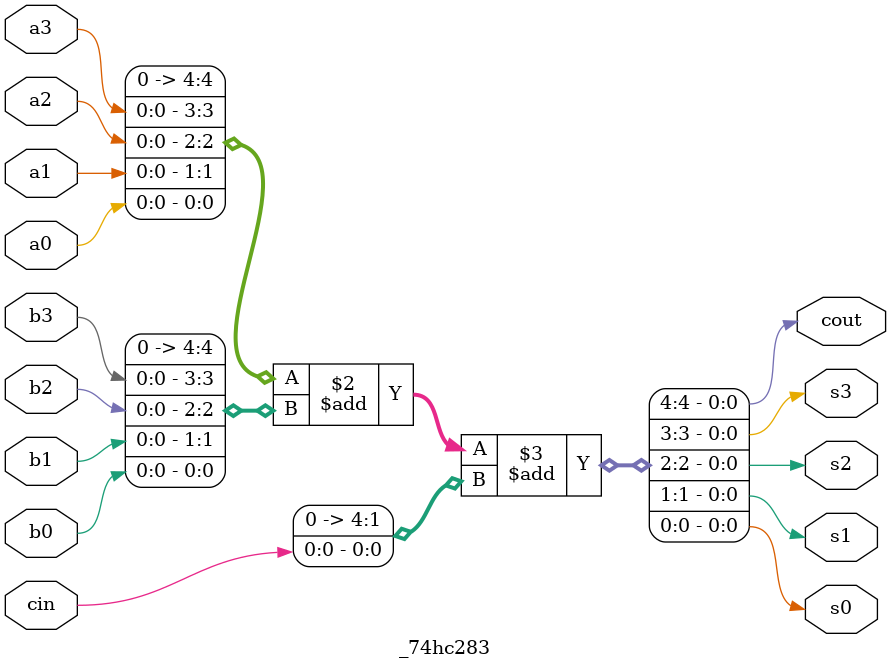
<source format=v>
module _74hc283(
    input a0, a1, a2, a3,    // 4 bits input A, high active
    input b0, b1, b2, b3,    // 4 bits input B, high active
    input cin,               // carry input
    output reg s0, s1, s2, s3, // 4 bits sum output S
    output reg cout          // carry output
);

    always @(a0, a1, a2, a3,
        b0, b1, b2, b3, cin
    ) begin
        // // Calculate the result
        // s0 = a0 ^ b0 ^ cin;
        // s1 = a1 ^ b1 ^ s0;
        // s2 = a2 ^ b2 ^ s1;
        // s3 = a3 ^ b3 ^ s2;
        // cout = (a3 & b3) | (s2 & (a3 ^ b3)) | (s1 & (a2 ^ b2) & (a3 ^ b3)) | (s0 & (a1 ^ b1) & (a2 ^ b2) & (a3 ^ b3));

        // More simple way to calculate
        {cout, s3, s2, s1, s0} = {1'b0, a3, a2, a1, a0} + {1'b0, b3, b2, b1, b0} + {4'b0000, cin};
    end
endmodule
</source>
